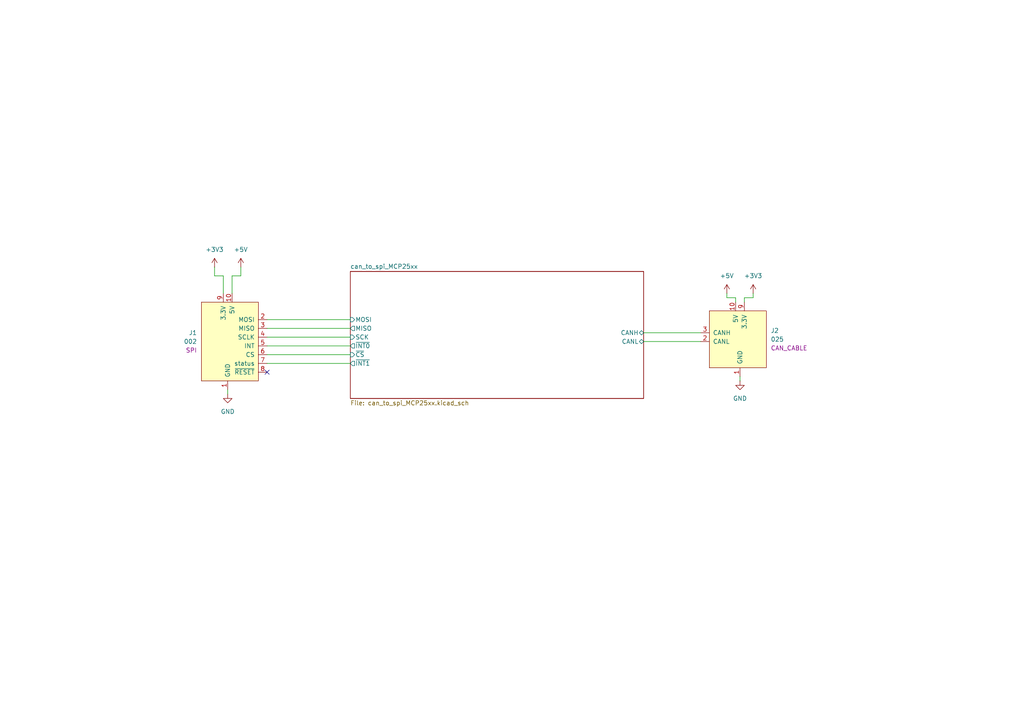
<source format=kicad_sch>
(kicad_sch (version 20241004) (generator "eeschema") (generator_version "8.99")
  (paper "A4")
  (lib_symbols
    (symbol "power:+3V3" (power) (pin_numbers (hide yes)) (pin_names (offset 0) (hide yes))
      (property "Value" "+3V3" (at 0 3.556 0))
      (symbol "+3V3_0_1"
        (polyline (pts (xy -0.762 1.27) (xy 0 2.54)))
        (polyline (pts (xy 0 2.54) (xy 0.762 1.27)))
        (polyline (pts (xy 0 0) (xy 0 2.54)))
      )
      (symbol "+3V3_1_1"
        (pin power_in line (at 0 0 90) (length 0) (name "~") (number "1"))
      )
    )
    (symbol "power:+5V" (power) (pin_numbers (hide yes)) (pin_names (offset 0) (hide yes))
      (property "Value" "+5V" (at 0 3.556 0))
      (symbol "+5V_0_1"
        (polyline (pts (xy -0.762 1.27) (xy 0 2.54)))
        (polyline (pts (xy 0 2.54) (xy 0.762 1.27)))
        (polyline (pts (xy 0 0) (xy 0 2.54)))
      )
      (symbol "+5V_1_1"
        (pin power_in line (at 0 0 90) (length 0) (name "~") (number "1"))
      )
    )
    (symbol "power:GND" (power) (pin_numbers (hide yes)) (pin_names (offset 0) (hide yes))
      (property "Value" "GND" (at 0 -3.81 0))
      (symbol "GND_0_1"
        (polyline (pts (xy 0 0) (xy 0 -1.27) (xy 1.27 -1.27) (xy 0 -2.54) (xy -1.27 -1.27) (xy 0 -1.27)))
      )
      (symbol "GND_1_1"
        (pin power_in line (at 0 0 270) (length 0) (name "~") (number "1"))
      )
    )
    (symbol "put_on_edge_local:002_SPI_device" (pin_names (offset 1.016)) (in_bom no)
      (property "Reference" "J" (at 6.35 13.97 0))
      (property "Value" "002" (at 5.842 -11.684 0))
      (property "Type" "SPI" (at -7.366 -11.43 0))
      (symbol "002_SPI_device_0_1"
        (rectangle (start 7.62 12.7) (end -8.89 -10.16) (fill (type background)))
      )
      (symbol "002_SPI_device_1_1"
        (pin power_out line (at -2.54 15.24 270) (length 2.54) (name "3.3V") (number "9"))
        (pin power_out line (at -1.27 -12.7 90) (length 2.54) (name "GND") (number "1"))
        (pin power_out line (at 0 15.24 270) (length 2.54) (name "5V") (number "10"))
        (pin output line (at 10.16 7.62 180) (length 2.54) (name "MOSI") (number "2"))
        (pin input line (at 10.16 5.08 180) (length 2.54) (name "MISO") (number "3"))
        (pin output line (at 10.16 2.54 180) (length 2.54) (name "SCLK") (number "4"))
        (pin input line (at 10.16 0 180) (length 2.54) (name "INT") (number "5"))
        (pin output line (at 10.16 -2.54 180) (length 2.54) (name "CS") (number "6"))
        (pin input line (at 10.16 -5.08 180) (length 2.54) (name "status") (number "7"))
        (pin output line (at 10.16 -7.62 180) (length 2.54) (name "~{RESET}") (number "8"))
      )
    )
    (symbol "put_on_edge_local:025_CAN_cable_host" (pin_names (offset 1.016)) (in_bom no)
      (property "Reference" "J" (at -7.112 14.224 0))
      (property "Value" "025" (at -5.842 -5.842 0))
      (property "Type" "CAN_CABLE" (at 9.906 -5.588 0))
      (symbol "025_CAN_cable_host_0_1"
        (rectangle (start -7.62 12.7) (end 8.89 -3.81) (fill (type background)))
      )
      (symbol "025_CAN_cable_host_1_0"
        (pin no_connect line (at 11.43 8.89 180) (length 2.54) (hide yes) (name "NC") (number "4"))
        (pin no_connect line (at 11.43 6.35 180) (length 2.54) (hide yes) (name "NC") (number "5"))
        (pin no_connect line (at 11.43 3.81 180) (length 2.54) (hide yes) (name "NC") (number "6"))
        (pin no_connect line (at 11.43 1.27 180) (length 2.54) (hide yes) (name "NC") (number "7"))
        (pin no_connect line (at 11.43 -1.27 180) (length 2.54) (hide yes) (name "NC") (number "8"))
      )
      (symbol "025_CAN_cable_host_1_1"
        (pin bidirectional line (at -10.16 6.35 0) (length 2.54) (name "CANH") (number "3"))
        (pin bidirectional line (at -10.16 3.81 0) (length 2.54) (name "CANL") (number "2"))
        (pin passive line (at 0 15.24 270) (length 2.54) (name "5V") (number "10"))
        (pin passive line (at 1.27 -6.35 90) (length 2.54) (name "GND") (number "1"))
        (pin passive line (at 2.54 15.24 270) (length 2.54) (name "3.3V") (number "9"))
      )
    )
  )
  (no_connect (at 77.47 107.95))
  (wire (pts (xy 186.69 96.52) (xy 203.2 96.52)))
  (wire (pts (xy 210.82 86.36) (xy 213.36 86.36)))
  (wire (pts (xy 67.31 80.01) (xy 67.31 85.09)))
  (wire (pts (xy 214.63 109.22) (xy 214.63 110.49)))
  (wire (pts (xy 218.44 86.36) (xy 218.44 85.09)))
  (wire (pts (xy 77.47 105.41) (xy 101.6 105.41)))
  (wire (pts (xy 69.85 77.47) (xy 69.85 80.01)))
  (wire (pts (xy 66.04 113.03) (xy 66.04 114.3)))
  (wire (pts (xy 69.85 80.01) (xy 67.31 80.01)))
  (wire (pts (xy 77.47 95.25) (xy 101.6 95.25)))
  (wire (pts (xy 210.82 85.09) (xy 210.82 86.36)))
  (wire (pts (xy 215.9 86.36) (xy 218.44 86.36)))
  (wire (pts (xy 77.47 100.33) (xy 101.6 100.33)))
  (wire (pts (xy 186.69 99.06) (xy 203.2 99.06)))
  (wire (pts (xy 62.23 80.01) (xy 64.77 80.01)))
  (wire (pts (xy 213.36 86.36) (xy 213.36 87.63)))
  (wire (pts (xy 77.47 97.79) (xy 101.6 97.79)))
  (wire (pts (xy 215.9 87.63) (xy 215.9 86.36)))
  (wire (pts (xy 77.47 102.87) (xy 101.6 102.87)))
  (wire (pts (xy 64.77 80.01) (xy 64.77 85.09)))
  (wire (pts (xy 77.47 92.71) (xy 101.6 92.71)))
  (wire (pts (xy 62.23 77.47) (xy 62.23 80.01)))
  (symbol (lib_id "power:GND") (at 214.63 110.49 0) (mirror y) (unit 1)
    (property "Reference" "#PWR019" (effects (hide yes)))
    (property "Value" "GND" (at 214.63 115.57 0))
    (property "Description" "Power symbol creates a global label with name \"GND\" , ground" (effects (hide yes)))
  )
  (symbol (lib_id "power:+5V") (at 210.82 85.09 0) (unit 1)
    (property "Reference" "#PWR018" (effects (hide yes)))
    (property "Value" "+5V" (at 210.82 80.01 0))
    (property "Description" "Power symbol creates a global label with name \"+5V\"" (effects (hide yes)))
  )
  (symbol (lib_id "put_on_edge_local:025_CAN_cable_host") (at 213.36 102.87 0) (unit 1) (in_bom no)
    (property "Reference" "J2" (at 223.52 95.8849 0) (effects (justify left)))
    (property "Value" "025" (at 223.52 98.4249 0) (effects (justify left)))
    (property "Footprint" "put_on_edge:on_edge_2x05_host" (effects (hide yes)))
    (property "Type" "CAN_CABLE" (at 223.52 100.9649 0) (effects (justify left)))
  )
  (symbol (lib_id "power:+3V3") (at 62.23 77.47 0) (unit 1)
    (property "Reference" "#PWR03" (effects (hide yes)))
    (property "Value" "+3V3" (at 62.23 72.39 0))
    (property "Description" "Power symbol creates a global label with name \"+3V3\"" (effects (hide yes)))
  )
  (symbol (lib_id "put_on_edge_local:002_SPI_device") (at 67.31 100.33 0) (unit 1) (in_bom no)
    (property "Reference" "J1" (at 57.15 96.5199 0) (effects (justify right)))
    (property "Value" "002" (at 57.15 99.0599 0) (effects (justify right)))
    (property "Footprint" "put_on_edge:on_edge_2x05_device" (effects (hide yes)))
    (property "Type" "SPI" (at 57.15 101.5999 0) (effects (justify right)))
  )
  (symbol (lib_id "power:+5V") (at 69.85 77.47 0) (unit 1)
    (property "Reference" "#PWR04" (effects (hide yes)))
    (property "Value" "+5V" (at 69.85 72.39 0))
    (property "Description" "Power symbol creates a global label with name \"+5V\"" (effects (hide yes)))
  )
  (symbol (lib_id "power:+3V3") (at 218.44 85.09 0) (unit 1)
    (property "Reference" "#PWR020" (effects (hide yes)))
    (property "Value" "+3V3" (at 218.44 80.01 0))
    (property "Description" "Power symbol creates a global label with name \"+3V3\"" (effects (hide yes)))
  )
  (symbol (lib_id "power:GND") (at 66.04 114.3 0) (unit 1)
    (property "Reference" "#PWR02" (effects (hide yes)))
    (property "Value" "GND" (at 66.04 119.38 0))
    (property "Description" "Power symbol creates a global label with name \"GND\" , ground" (effects (hide yes)))
  )
  (sheet (at 101.6 78.74) (size 85.09 36.83) (stroke (width 0.1524))
    (property "Sheetname" "can_to_spi_MCP25xx" (at 101.6 78.0284 0) (effects (justify left bottom)))
    (property "Sheetfile" "can_to_spi_MCP25xx.kicad_sch" (at 101.6 116.1546 0) (effects (justify left top)))
    (pin "~{INT1}" output (at 101.6 105.41 180))
    (pin "~{CS}" input (at 101.6 102.87 180))
    (pin "~{INT0}" output (at 101.6 100.33 180))
    (pin "MOSI" input (at 101.6 92.71 180))
    (pin "SCK" input (at 101.6 97.79 180))
    (pin "MISO" output (at 101.6 95.25 180))
    (pin "CANL" bidirectional (at 186.69 99.06 0))
    (pin "CANH" bidirectional (at 186.69 96.52 0))
  )
)
</source>
